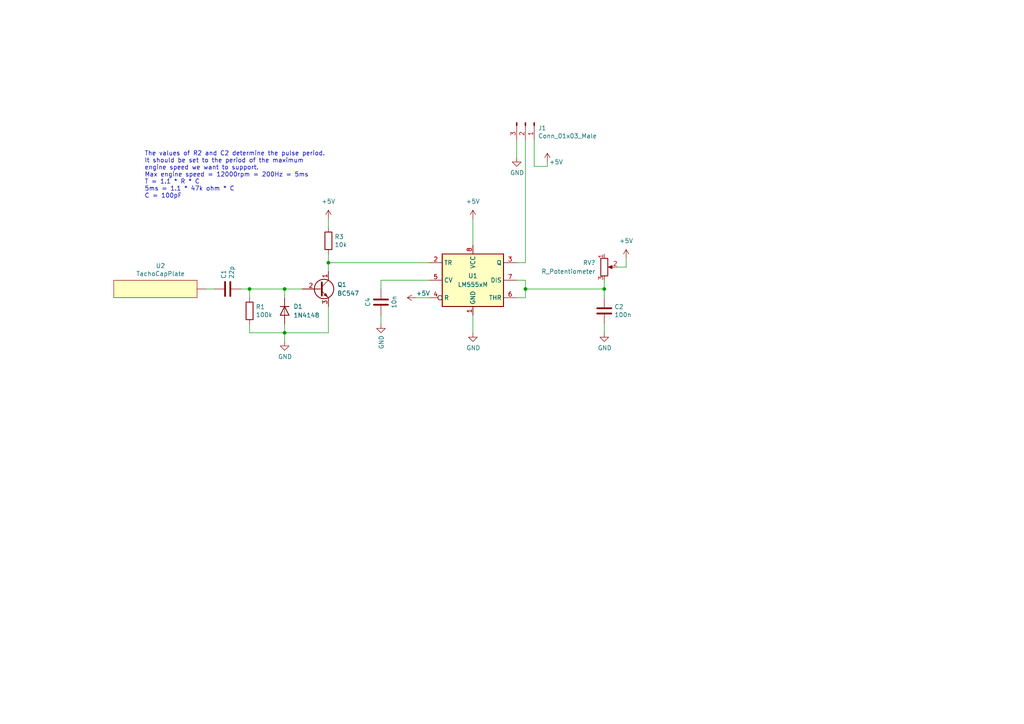
<source format=kicad_sch>
(kicad_sch (version 20211123) (generator eeschema)
  (paper "A4")
  (lib_symbols
    (symbol "Connector:Conn_01x03_Male" (pin_names (offset 1.016) hide)
      (property "Reference" "J" (at 0 5.08 0))
      (property "Value" "Conn_01x03_Male" (at 0 -5.08 0))
      (symbol "Conn_01x03_Male_1_1"
        (polyline (pts (xy 1.27 -2.54) (xy 0.8636 -2.54)) (stroke (width 0.1524)))
        (polyline (pts (xy 1.27 0) (xy 0.8636 0)) (stroke (width 0.1524)))
        (polyline (pts (xy 1.27 2.54) (xy 0.8636 2.54)) (stroke (width 0.1524)))
        (rectangle (start 0.8636 -2.413) (end 0 -2.667) (stroke (width 0.1524)) (fill (type outline)))
        (rectangle (start 0.8636 0.127) (end 0 -0.127) (stroke (width 0.1524)) (fill (type outline)))
        (rectangle (start 0.8636 2.667) (end 0 2.413) (stroke (width 0.1524)) (fill (type outline)))
        (pin passive line (at 5.08 2.54 180) (length 3.81) (name "Pin_1") (number "1"))
        (pin passive line (at 5.08 0 180) (length 3.81) (name "Pin_2") (number "2"))
        (pin passive line (at 5.08 -2.54 180) (length 3.81) (name "Pin_3") (number "3"))
      )
    )
    (symbol "Device:C" (pin_numbers hide) (pin_names (offset 0.254))
      (property "Reference" "C" (at 0.635 2.54 0))
      (property "Value" "C" (at 0.635 -2.54 0))
      (symbol "C_0_1"
        (polyline (pts (xy -2.032 -0.762) (xy 2.032 -0.762)) (stroke (width 0.508)))
        (polyline (pts (xy -2.032 0.762) (xy 2.032 0.762)) (stroke (width 0.508)))
      )
      (symbol "C_1_1"
        (pin passive line (at 0 3.81 270) (length 2.794) (name "~") (number "1"))
        (pin passive line (at 0 -3.81 90) (length 2.794) (name "~") (number "2"))
      )
    )
    (symbol "Device:R" (pin_numbers hide) (pin_names (offset 0))
      (property "Reference" "R" (at 2.032 0 90))
      (property "Value" "R" (at 0 0 90))
      (symbol "R_0_1"
        (rectangle (start -1.016 -2.54) (end 1.016 2.54) (stroke (width 0.254)))
      )
      (symbol "R_1_1"
        (pin passive line (at 0 3.81 270) (length 1.27) (name "~") (number "1"))
        (pin passive line (at 0 -3.81 90) (length 1.27) (name "~") (number "2"))
      )
    )
    (symbol "Device:R_Potentiometer" (pin_names (offset 1.016) hide)
      (property "Reference" "RV" (at -4.445 0 90))
      (property "Value" "R_Potentiometer" (at -2.54 0 90))
      (symbol "R_Potentiometer_0_1"
        (polyline (pts (xy 2.54 0) (xy 1.524 0)))
        (polyline (pts (xy 1.143 0) (xy 2.286 0.508) (xy 2.286 -0.508) (xy 1.143 0)) (fill (type outline)))
        (rectangle (start 1.016 2.54) (end -1.016 -2.54) (stroke (width 0.254)))
      )
      (symbol "R_Potentiometer_1_1"
        (pin passive line (at 0 3.81 270) (length 1.27) (name "1") (number "1"))
        (pin passive line (at 3.81 0 180) (length 1.27) (name "2") (number "2"))
        (pin passive line (at 0 -3.81 90) (length 1.27) (name "3") (number "3"))
      )
    )
    (symbol "Diode:1N4148" (pin_numbers hide) (pin_names (offset 1.016) hide)
      (property "Reference" "D" (at 0 2.54 0))
      (property "Value" "1N4148" (at 0 -2.54 0))
      (symbol "1N4148_0_1"
        (polyline (pts (xy -1.27 1.27) (xy -1.27 -1.27)) (stroke (width 0.254)))
        (polyline (pts (xy 1.27 0) (xy -1.27 0)))
        (polyline (pts (xy 1.27 1.27) (xy 1.27 -1.27) (xy -1.27 0) (xy 1.27 1.27)) (stroke (width 0.254)))
      )
      (symbol "1N4148_1_1"
        (pin passive line (at -3.81 0 0) (length 2.54) (name "K") (number "1"))
        (pin passive line (at 3.81 0 180) (length 2.54) (name "A") (number "2"))
      )
    )
    (symbol "Timer:LM555xM"
      (property "Reference" "U" (at -10.16 8.89 0))
      (property "Value" "LM555xM" (at 2.54 8.89 0))
      (symbol "LM555xM_0_0"
        (pin power_in line (at 0 -10.16 90) (length 2.54) (name "GND") (number "1"))
        (pin power_in line (at 0 10.16 270) (length 2.54) (name "VCC") (number "8"))
      )
      (symbol "LM555xM_0_1"
        (rectangle (start -8.89 -7.62) (end 8.89 7.62) (stroke (width 0.254)) (fill (type background)))
        (rectangle (start -8.89 -7.62) (end 8.89 7.62) (stroke (width 0.254)) (fill (type background)))
      )
      (symbol "LM555xM_1_1"
        (pin input line (at -12.7 5.08 0) (length 3.81) (name "TR") (number "2"))
        (pin output line (at 12.7 5.08 180) (length 3.81) (name "Q") (number "3"))
        (pin input inverted (at -12.7 -5.08 0) (length 3.81) (name "R") (number "4"))
        (pin input line (at -12.7 0 0) (length 3.81) (name "CV") (number "5"))
        (pin input line (at 12.7 -5.08 180) (length 3.81) (name "THR") (number "6"))
        (pin input line (at 12.7 0 180) (length 3.81) (name "DIS") (number "7"))
      )
    )
    (symbol "Transistor_BJT:BC547" (pin_names (offset 0) hide)
      (property "Reference" "Q" (at 5.08 1.905 0))
      (property "Value" "BC547" (at 5.08 0 0))
      (symbol "BC547_0_1"
        (polyline (pts (xy 0 0) (xy 0.635 0)))
        (polyline (pts (xy 0.635 0.635) (xy 2.54 2.54)))
        (polyline (pts (xy 0.635 -0.635) (xy 2.54 -2.54) (xy 2.54 -2.54)))
        (polyline (pts (xy 0.635 1.905) (xy 0.635 -1.905) (xy 0.635 -1.905)) (stroke (width 0.508)))
        (polyline (pts (xy 1.27 -1.778) (xy 1.778 -1.27) (xy 2.286 -2.286) (xy 1.27 -1.778) (xy 1.27 -1.778)) (fill (type outline)))
        (circle (center 1.27 0) (radius 2.8194) (stroke (width 0.254)))
      )
      (symbol "BC547_1_1"
        (pin passive line (at 2.54 5.08 270) (length 2.54) (name "C") (number "1"))
        (pin input line (at -5.08 0 0) (length 5.08) (name "B") (number "2"))
        (pin passive line (at 2.54 -5.08 90) (length 2.54) (name "E") (number "3"))
      )
    )
    (symbol "pcb-tacho-rescue:TachoCapPlate-symbols" (pin_names (offset 1.016))
      (property "Reference" "U" (at 11.43 0 0))
      (property "Value" "TachoCapPlate-symbols" (at 0 0 0))
      (symbol "TachoCapPlate-symbols_0_1"
        (rectangle (start 13.97 2.54) (end -10.16 -2.54) (fill (type background)))
      )
      (symbol "TachoCapPlate-symbols_1_1"
        (pin output line (at 16.51 0 180) (length 2.54) (name "~") (number "~"))
      )
    )
    (symbol "power:+5V" (power) (pin_names (offset 0))
      (property "Value" "+5V" (at 0 3.556 0))
      (symbol "+5V_0_1"
        (polyline (pts (xy -0.762 1.27) (xy 0 2.54)))
        (polyline (pts (xy 0 0) (xy 0 2.54)))
        (polyline (pts (xy 0 2.54) (xy 0.762 1.27)))
      )
      (symbol "+5V_1_1"
        (pin power_in line (at 0 0 90) (length 0) hide (name "+5V") (number "1"))
      )
    )
    (symbol "power:GND" (power) (pin_names (offset 0))
      (property "Value" "GND" (at 0 -3.81 0))
      (symbol "GND_0_1"
        (polyline (pts (xy 0 0) (xy 0 -1.27) (xy 1.27 -1.27) (xy 0 -2.54) (xy -1.27 -1.27) (xy 0 -1.27)))
      )
      (symbol "GND_1_1"
        (pin power_in line (at 0 0 270) (length 0) hide (name "GND") (number "1"))
      )
    )
  )
  (junction (at 72.39 83.82))
  (junction (at 175.26 83.82))
  (junction (at 82.55 96.52))
  (junction (at 95.25 76.2))
  (junction (at 152.4 83.82))
  (junction (at 82.55 83.82))
  (wire (pts (xy 95.25 78.74) (xy 95.25 76.2)))
  (wire (pts (xy 72.39 83.82) (xy 82.55 83.82)))
  (wire (pts (xy 72.39 93.98) (xy 72.39 96.52)))
  (wire (pts (xy 152.4 83.82) (xy 152.4 86.36)))
  (wire (pts (xy 124.46 81.28) (xy 110.49 81.28)))
  (wire (pts (xy 175.26 83.82) (xy 175.26 81.28)))
  (wire (pts (xy 82.55 96.52) (xy 82.55 93.98)))
  (wire (pts (xy 152.4 83.82) (xy 175.26 83.82)))
  (wire (pts (xy 95.25 63.5) (xy 95.25 66.04)))
  (wire (pts (xy 154.94 40.64) (xy 154.94 48.26)))
  (wire (pts (xy 72.39 96.52) (xy 82.55 96.52)))
  (wire (pts (xy 59.69 83.82) (xy 62.23 83.82)))
  (wire (pts (xy 95.25 76.2) (xy 124.46 76.2)))
  (wire (pts (xy 179.07 77.47) (xy 181.61 77.47)))
  (wire (pts (xy 158.75 46.99) (xy 158.75 48.26)))
  (wire (pts (xy 82.55 96.52) (xy 95.25 96.52)))
  (wire (pts (xy 82.55 96.52) (xy 82.55 99.06)))
  (wire (pts (xy 95.25 96.52) (xy 95.25 88.9)))
  (wire (pts (xy 110.49 81.28) (xy 110.49 83.82)))
  (wire (pts (xy 149.86 76.2) (xy 152.4 76.2)))
  (wire (pts (xy 82.55 83.82) (xy 87.63 83.82)))
  (wire (pts (xy 95.25 73.66) (xy 95.25 76.2)))
  (wire (pts (xy 72.39 83.82) (xy 72.39 86.36)))
  (wire (pts (xy 149.86 40.64) (xy 149.86 45.72)))
  (wire (pts (xy 152.4 40.64) (xy 152.4 76.2)))
  (wire (pts (xy 120.65 86.36) (xy 124.46 86.36)))
  (wire (pts (xy 175.26 83.82) (xy 175.26 86.36)))
  (wire (pts (xy 137.16 96.52) (xy 137.16 91.44)))
  (wire (pts (xy 137.16 63.5) (xy 137.16 71.12)))
  (wire (pts (xy 158.75 48.26) (xy 154.94 48.26)))
  (wire (pts (xy 149.86 86.36) (xy 152.4 86.36)))
  (wire (pts (xy 152.4 81.28) (xy 152.4 83.82)))
  (wire (pts (xy 152.4 81.28) (xy 149.86 81.28)))
  (wire (pts (xy 175.26 93.98) (xy 175.26 96.52)))
  (wire (pts (xy 82.55 83.82) (xy 82.55 86.36)))
  (wire (pts (xy 181.61 77.47) (xy 181.61 74.93)))
  (wire (pts (xy 69.85 83.82) (xy 72.39 83.82)))
  (wire (pts (xy 110.49 91.44) (xy 110.49 93.98)))
  (text "The values of R2 and C2 determine the pulse period.\nIt should be set to the period of the maximum\nengine speed we want to support.\nMax engine speed = 12000rpm = 200Hz = 5ms\nT = 1.1 * R * C\n5ms = 1.1 * 47k ohm * C\nC = 100pF\n " (at 41.91 59.69 0) (effects (font (size 1.27 1.27)) (justify left bottom)))
  (symbol (lib_id "Device:C") (at 175.26 90.17 180) (unit 1)
    (property "Reference" "C2" (at 178.181 89.0016 0) (effects (justify right)))
    (property "Value" "100n" (at 178.181 91.313 0) (effects (justify right)))
    (property "Footprint" "Capacitor_SMD:C_1206_3216Metric_Pad1.33x1.80mm_HandSolder" (effects hide))
  )
  (symbol (lib_id "power:GND") (at 175.26 96.52 0) (unit 1)
    (property "Reference" "#PWR05" (effects hide))
    (property "Value" "GND" (at 175.387 100.9142 0))
  )
  (symbol (lib_id "power:GND") (at 137.16 96.52 0) (unit 1)
    (property "Reference" "#PWR010" (effects hide))
    (property "Value" "GND" (at 137.287 100.9142 0))
  )
  (symbol (lib_id "Connector:Conn_01x03_Male") (at 152.4 35.56 270) (unit 1)
    (property "Reference" "J1" (at 156.0576 37.1348 90) (effects (justify left)))
    (property "Value" "Conn_01x03_Male" (at 156.0576 39.4462 90) (effects (justify left)))
    (property "Footprint" "Connector_PinHeader_2.54mm:PinHeader_1x03_P2.54mm_Vertical" (effects hide))
  )
  (symbol (lib_id "power:GND") (at 149.86 45.72 0) (unit 1)
    (property "Reference" "#PWR011" (effects hide))
    (property "Value" "GND" (at 149.987 50.1142 0))
  )
  (symbol (lib_id "pcb-tacho-rescue:TachoCapPlate-symbols") (at 43.18 83.82 0) (unit 1)
    (property "Reference" "U2" (at 46.5582 77.089 0))
    (property "Value" "TachoCapPlate" (at 46.5582 79.4004 0))
    (property "Footprint" "footprints:TachoCapPlate" (effects hide))
  )
  (symbol (lib_id "Device:C") (at 110.49 87.63 180) (unit 1)
    (property "Reference" "C4" (at 106.68 87.63 90))
    (property "Value" "10n" (at 114.3 87.63 90))
    (property "Footprint" "Capacitor_SMD:C_1206_3216Metric_Pad1.33x1.80mm_HandSolder" (effects hide))
  )
  (symbol (lib_id "power:GND") (at 110.49 93.98 0) (unit 1)
    (property "Reference" "#PWR09" (effects hide))
    (property "Value" "GND" (at 110.617 97.2312 90) (effects (justify right)))
  )
  (symbol (lib_id "Timer:LM555xM") (at 137.16 81.28 0) (unit 1)
    (property "Reference" "U1" (at 137.16 80.01 0))
    (property "Value" "LM555xM" (at 137.16 82.55 0))
    (property "Footprint" "Package_SO:SOIC-8_3.9x4.9mm_P1.27mm" (effects hide))
    (property "Datasheet" "http://www.ti.com/lit/ds/symlink/lm555.pdf" (effects hide))
  )
  (symbol (lib_id "Device:R") (at 72.39 90.17 0) (unit 1)
    (property "Reference" "R1" (at 74.168 89.0016 0) (effects (justify left)))
    (property "Value" "100k" (at 74.168 91.313 0) (effects (justify left)))
    (property "Footprint" "Resistor_SMD:R_1206_3216Metric_Pad1.30x1.75mm_HandSolder" (effects hide))
  )
  (symbol (lib_id "Diode:1N4148") (at 82.55 90.17 270) (unit 1)
    (property "Reference" "D1" (at 85.09 88.8999 90) (effects (justify left)))
    (property "Value" "1N4148" (at 85.09 91.4399 90) (effects (justify left)))
    (property "Footprint" "Diode_THT:D_DO-35_SOD27_P7.62mm_Horizontal" (effects hide))
    (property "Datasheet" "https://assets.nexperia.com/documents/data-sheet/1N4148_1N4448.pdf" (effects hide))
  )
  (symbol (lib_id "power:+5V") (at 95.25 63.5 0) (unit 1)
    (property "Reference" "#PWR0101" (effects hide))
    (property "Value" "+5V" (at 95.25 58.42 0))
  )
  (symbol (lib_id "Device:R") (at 95.25 69.85 0) (unit 1)
    (property "Reference" "R3" (at 97.028 68.6816 0) (effects (justify left)))
    (property "Value" "10k" (at 97.028 70.993 0) (effects (justify left)))
    (property "Footprint" "Resistor_SMD:R_1206_3216Metric_Pad1.30x1.75mm_HandSolder" (effects hide))
  )
  (symbol (lib_id "power:+5V") (at 158.75 46.99 0) (unit 1)
    (property "Reference" "#PWR0106" (effects hide))
    (property "Value" "+5V" (at 161.29 46.99 0))
  )
  (symbol (lib_id "power:+5V") (at 120.65 86.36 90) (unit 1)
    (property "Reference" "#PWR0103" (effects hide))
    (property "Value" "+5V" (at 120.65 85.09 90) (effects (justify right)))
  )
  (symbol (lib_id "power:+5V") (at 137.16 63.5 0) (unit 1)
    (property "Reference" "#PWR0104" (effects hide))
    (property "Value" "+5V" (at 137.16 58.42 0))
  )
  (symbol (lib_id "Device:C") (at 66.04 83.82 270) (unit 1)
    (property "Reference" "C1" (at 64.8716 80.899 0) (effects (justify right)))
    (property "Value" "22p" (at 67.183 80.899 0) (effects (justify right)))
    (property "Footprint" "Capacitor_SMD:C_1206_3216Metric_Pad1.33x1.80mm_HandSolder" (effects hide))
  )
  (symbol (lib_id "Transistor_BJT:BC547") (at 92.71 83.82 0) (unit 1)
    (property "Reference" "Q1" (at 97.79 82.5499 0) (effects (justify left)))
    (property "Value" "BC547" (at 97.79 85.0899 0) (effects (justify left)))
    (property "Footprint" "Package_TO_SOT_THT:TO-92_Inline" (effects hide))
    (property "Datasheet" "https://www.onsemi.com/pub/Collateral/BC550-D.pdf" (effects hide))
  )
  (symbol (lib_id "Device:R_Potentiometer") (at 175.26 77.47 0) (unit 1)
    (property "Reference" "RV?" (at 172.72 76.1999 0) (effects (justify right)))
    (property "Value" "R_Potentiometer" (at 172.72 78.7399 0) (effects (justify right)))
  )
  (symbol (lib_id "power:GND") (at 82.55 99.06 0) (unit 1)
    (property "Reference" "#PWR0102" (effects hide))
    (property "Value" "GND" (at 82.677 103.4542 0))
  )
  (symbol (lib_id "power:+5V") (at 181.61 74.93 0) (unit 1)
    (property "Reference" "#PWR0105" (effects hide))
    (property "Value" "+5V" (at 181.61 69.85 0))
  )
)
</source>
